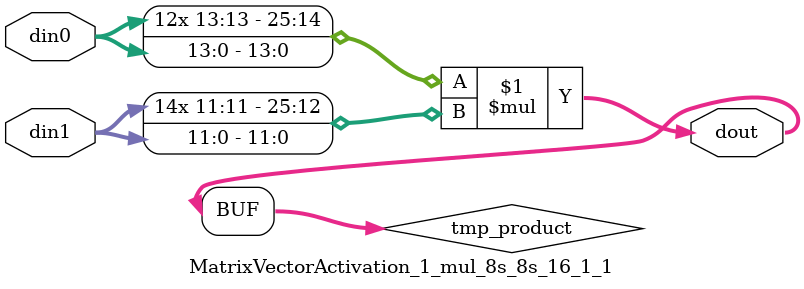
<source format=v>

`timescale 1 ns / 1 ps

  (* use_dsp = "no" *)  module MatrixVectorActivation_1_mul_8s_8s_16_1_1(din0, din1, dout);
parameter ID = 1;
parameter NUM_STAGE = 0;
parameter din0_WIDTH = 14;
parameter din1_WIDTH = 12;
parameter dout_WIDTH = 26;

input [din0_WIDTH - 1 : 0] din0; 
input [din1_WIDTH - 1 : 0] din1; 
output [dout_WIDTH - 1 : 0] dout;

wire signed [dout_WIDTH - 1 : 0] tmp_product;













assign tmp_product = $signed(din0) * $signed(din1);








assign dout = tmp_product;







endmodule

</source>
